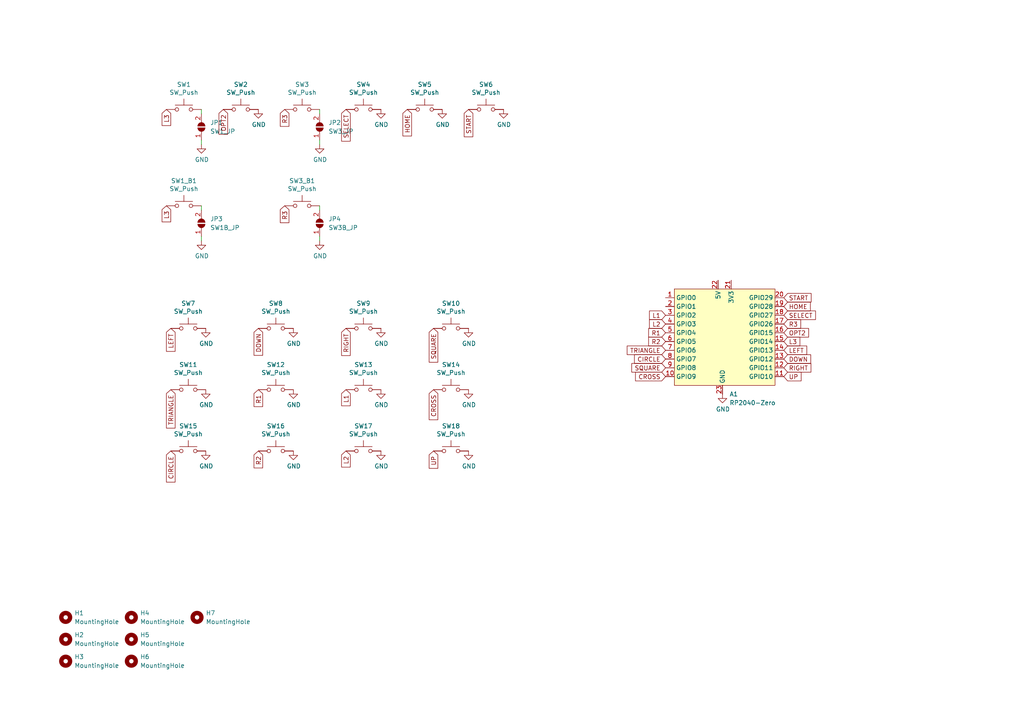
<source format=kicad_sch>
(kicad_sch (version 20230121) (generator eeschema)

  (uuid 476e1f68-8aac-4dba-a60f-5d5808a2f7b0)

  (paper "A4")

  (lib_symbols
    (symbol "Jumper:SolderJumper_2_Open" (pin_names (offset 0) hide) (in_bom yes) (on_board yes)
      (property "Reference" "JP" (at 0 2.032 0)
        (effects (font (size 1.27 1.27)))
      )
      (property "Value" "SolderJumper_2_Open" (at 0 -2.54 0)
        (effects (font (size 1.27 1.27)))
      )
      (property "Footprint" "" (at 0 0 0)
        (effects (font (size 1.27 1.27)) hide)
      )
      (property "Datasheet" "~" (at 0 0 0)
        (effects (font (size 1.27 1.27)) hide)
      )
      (property "ki_keywords" "solder jumper SPST" (at 0 0 0)
        (effects (font (size 1.27 1.27)) hide)
      )
      (property "ki_description" "Solder Jumper, 2-pole, open" (at 0 0 0)
        (effects (font (size 1.27 1.27)) hide)
      )
      (property "ki_fp_filters" "SolderJumper*Open*" (at 0 0 0)
        (effects (font (size 1.27 1.27)) hide)
      )
      (symbol "SolderJumper_2_Open_0_1"
        (arc (start -0.254 1.016) (mid -1.2656 0) (end -0.254 -1.016)
          (stroke (width 0) (type default))
          (fill (type none))
        )
        (arc (start -0.254 1.016) (mid -1.2656 0) (end -0.254 -1.016)
          (stroke (width 0) (type default))
          (fill (type outline))
        )
        (polyline
          (pts
            (xy -0.254 1.016)
            (xy -0.254 -1.016)
          )
          (stroke (width 0) (type default))
          (fill (type none))
        )
        (polyline
          (pts
            (xy 0.254 1.016)
            (xy 0.254 -1.016)
          )
          (stroke (width 0) (type default))
          (fill (type none))
        )
        (arc (start 0.254 -1.016) (mid 1.2656 0) (end 0.254 1.016)
          (stroke (width 0) (type default))
          (fill (type none))
        )
        (arc (start 0.254 -1.016) (mid 1.2656 0) (end 0.254 1.016)
          (stroke (width 0) (type default))
          (fill (type outline))
        )
      )
      (symbol "SolderJumper_2_Open_1_1"
        (pin passive line (at -3.81 0 0) (length 2.54)
          (name "A" (effects (font (size 1.27 1.27))))
          (number "1" (effects (font (size 1.27 1.27))))
        )
        (pin passive line (at 3.81 0 180) (length 2.54)
          (name "B" (effects (font (size 1.27 1.27))))
          (number "2" (effects (font (size 1.27 1.27))))
        )
      )
    )
    (symbol "Mechanical:MountingHole" (pin_names (offset 1.016)) (in_bom yes) (on_board yes)
      (property "Reference" "H" (at 0 5.08 0)
        (effects (font (size 1.27 1.27)))
      )
      (property "Value" "MountingHole" (at 0 3.175 0)
        (effects (font (size 1.27 1.27)))
      )
      (property "Footprint" "" (at 0 0 0)
        (effects (font (size 1.27 1.27)) hide)
      )
      (property "Datasheet" "~" (at 0 0 0)
        (effects (font (size 1.27 1.27)) hide)
      )
      (property "ki_keywords" "mounting hole" (at 0 0 0)
        (effects (font (size 1.27 1.27)) hide)
      )
      (property "ki_description" "Mounting Hole without connection" (at 0 0 0)
        (effects (font (size 1.27 1.27)) hide)
      )
      (property "ki_fp_filters" "MountingHole*" (at 0 0 0)
        (effects (font (size 1.27 1.27)) hide)
      )
      (symbol "MountingHole_0_1"
        (circle (center 0 0) (radius 1.27)
          (stroke (width 1.27) (type default))
          (fill (type none))
        )
      )
    )
    (symbol "RP2040-Zero:RP2040-Zero" (in_bom yes) (on_board yes)
      (property "Reference" "U" (at 0 1.27 0)
        (effects (font (size 1.27 1.27)))
      )
      (property "Value" "RP2040-Zero" (at 0 -1.27 0)
        (effects (font (size 1.27 1.27)))
      )
      (property "Footprint" "" (at 0 0 0)
        (effects (font (size 1.27 1.27)) hide)
      )
      (property "Datasheet" "" (at 0 0 0)
        (effects (font (size 1.27 1.27)) hide)
      )
      (symbol "RP2040-Zero_0_1"
        (rectangle (start -13.97 12.7) (end 15.24 -15.24)
          (stroke (width 0) (type default))
          (fill (type background))
        )
      )
      (symbol "RP2040-Zero_1_1"
        (pin bidirectional line (at -16.51 10.16 0) (length 2.54)
          (name "GPIO0" (effects (font (size 1.27 1.27))))
          (number "1" (effects (font (size 1.27 1.27))))
        )
        (pin bidirectional line (at -16.51 -12.7 0) (length 2.54)
          (name "GPIO9" (effects (font (size 1.27 1.27))))
          (number "10" (effects (font (size 1.27 1.27))))
        )
        (pin bidirectional line (at 17.78 -12.7 180) (length 2.54)
          (name "GPIO10" (effects (font (size 1.27 1.27))))
          (number "11" (effects (font (size 1.27 1.27))))
        )
        (pin bidirectional line (at 17.78 -10.16 180) (length 2.54)
          (name "GPIO11" (effects (font (size 1.27 1.27))))
          (number "12" (effects (font (size 1.27 1.27))))
        )
        (pin bidirectional line (at 17.78 -7.62 180) (length 2.54)
          (name "GPIO12" (effects (font (size 1.27 1.27))))
          (number "13" (effects (font (size 1.27 1.27))))
        )
        (pin bidirectional line (at 17.78 -5.08 180) (length 2.54)
          (name "GPIO13" (effects (font (size 1.27 1.27))))
          (number "14" (effects (font (size 1.27 1.27))))
        )
        (pin bidirectional line (at 17.78 -2.54 180) (length 2.54)
          (name "GPIO14" (effects (font (size 1.27 1.27))))
          (number "15" (effects (font (size 1.27 1.27))))
        )
        (pin bidirectional line (at 17.78 0 180) (length 2.54)
          (name "GPIO15" (effects (font (size 1.27 1.27))))
          (number "16" (effects (font (size 1.27 1.27))))
        )
        (pin bidirectional line (at 17.78 2.54 180) (length 2.54)
          (name "GPIO26" (effects (font (size 1.27 1.27))))
          (number "17" (effects (font (size 1.27 1.27))))
        )
        (pin bidirectional line (at 17.78 5.08 180) (length 2.54)
          (name "GPIO27" (effects (font (size 1.27 1.27))))
          (number "18" (effects (font (size 1.27 1.27))))
        )
        (pin bidirectional line (at 17.78 7.62 180) (length 2.54)
          (name "GPIO28" (effects (font (size 1.27 1.27))))
          (number "19" (effects (font (size 1.27 1.27))))
        )
        (pin bidirectional line (at -16.51 7.62 0) (length 2.54)
          (name "GPIO1" (effects (font (size 1.27 1.27))))
          (number "2" (effects (font (size 1.27 1.27))))
        )
        (pin bidirectional line (at 17.78 10.16 180) (length 2.54)
          (name "GPIO29" (effects (font (size 1.27 1.27))))
          (number "20" (effects (font (size 1.27 1.27))))
        )
        (pin power_out line (at 2.54 15.24 270) (length 2.54)
          (name "3V3" (effects (font (size 1.27 1.27))))
          (number "21" (effects (font (size 1.27 1.27))))
        )
        (pin power_in line (at -1.27 15.24 270) (length 2.54)
          (name "5V" (effects (font (size 1.27 1.27))))
          (number "22" (effects (font (size 1.27 1.27))))
        )
        (pin power_in line (at 0 -17.78 90) (length 2.54)
          (name "GND" (effects (font (size 1.27 1.27))))
          (number "23" (effects (font (size 1.27 1.27))))
        )
        (pin bidirectional line (at -16.51 5.08 0) (length 2.54)
          (name "GPIO2" (effects (font (size 1.27 1.27))))
          (number "3" (effects (font (size 1.27 1.27))))
        )
        (pin bidirectional line (at -16.51 2.54 0) (length 2.54)
          (name "GPIO3" (effects (font (size 1.27 1.27))))
          (number "4" (effects (font (size 1.27 1.27))))
        )
        (pin bidirectional line (at -16.51 0 0) (length 2.54)
          (name "GPIO4" (effects (font (size 1.27 1.27))))
          (number "5" (effects (font (size 1.27 1.27))))
        )
        (pin bidirectional line (at -16.51 -2.54 0) (length 2.54)
          (name "GPIO5" (effects (font (size 1.27 1.27))))
          (number "6" (effects (font (size 1.27 1.27))))
        )
        (pin bidirectional line (at -16.51 -5.08 0) (length 2.54)
          (name "GPIO6" (effects (font (size 1.27 1.27))))
          (number "7" (effects (font (size 1.27 1.27))))
        )
        (pin bidirectional line (at -16.51 -7.62 0) (length 2.54)
          (name "GPIO7" (effects (font (size 1.27 1.27))))
          (number "8" (effects (font (size 1.27 1.27))))
        )
        (pin bidirectional line (at -16.51 -10.16 0) (length 2.54)
          (name "GPIO8" (effects (font (size 1.27 1.27))))
          (number "9" (effects (font (size 1.27 1.27))))
        )
      )
    )
    (symbol "Switch:SW_Push" (pin_numbers hide) (pin_names (offset 1.016) hide) (in_bom yes) (on_board yes)
      (property "Reference" "SW" (at 1.27 2.54 0)
        (effects (font (size 1.27 1.27)) (justify left))
      )
      (property "Value" "SW_Push" (at 0 -1.524 0)
        (effects (font (size 1.27 1.27)))
      )
      (property "Footprint" "" (at 0 5.08 0)
        (effects (font (size 1.27 1.27)) hide)
      )
      (property "Datasheet" "~" (at 0 5.08 0)
        (effects (font (size 1.27 1.27)) hide)
      )
      (property "ki_keywords" "switch normally-open pushbutton push-button" (at 0 0 0)
        (effects (font (size 1.27 1.27)) hide)
      )
      (property "ki_description" "Push button switch, generic, two pins" (at 0 0 0)
        (effects (font (size 1.27 1.27)) hide)
      )
      (symbol "SW_Push_0_1"
        (circle (center -2.032 0) (radius 0.508)
          (stroke (width 0) (type default))
          (fill (type none))
        )
        (polyline
          (pts
            (xy 0 1.27)
            (xy 0 3.048)
          )
          (stroke (width 0) (type default))
          (fill (type none))
        )
        (polyline
          (pts
            (xy 2.54 1.27)
            (xy -2.54 1.27)
          )
          (stroke (width 0) (type default))
          (fill (type none))
        )
        (circle (center 2.032 0) (radius 0.508)
          (stroke (width 0) (type default))
          (fill (type none))
        )
        (pin passive line (at -5.08 0 0) (length 2.54)
          (name "1" (effects (font (size 1.27 1.27))))
          (number "1" (effects (font (size 1.27 1.27))))
        )
        (pin passive line (at 5.08 0 180) (length 2.54)
          (name "2" (effects (font (size 1.27 1.27))))
          (number "2" (effects (font (size 1.27 1.27))))
        )
      )
    )
    (symbol "power:GND" (power) (pin_names (offset 0)) (in_bom yes) (on_board yes)
      (property "Reference" "#PWR" (at 0 -6.35 0)
        (effects (font (size 1.27 1.27)) hide)
      )
      (property "Value" "GND" (at 0 -3.81 0)
        (effects (font (size 1.27 1.27)))
      )
      (property "Footprint" "" (at 0 0 0)
        (effects (font (size 1.27 1.27)) hide)
      )
      (property "Datasheet" "" (at 0 0 0)
        (effects (font (size 1.27 1.27)) hide)
      )
      (property "ki_keywords" "power-flag" (at 0 0 0)
        (effects (font (size 1.27 1.27)) hide)
      )
      (property "ki_description" "Power symbol creates a global label with name \"GND\" , ground" (at 0 0 0)
        (effects (font (size 1.27 1.27)) hide)
      )
      (symbol "GND_0_1"
        (polyline
          (pts
            (xy 0 0)
            (xy 0 -1.27)
            (xy 1.27 -1.27)
            (xy 0 -2.54)
            (xy -1.27 -1.27)
            (xy 0 -1.27)
          )
          (stroke (width 0) (type default))
          (fill (type none))
        )
      )
      (symbol "GND_1_1"
        (pin power_in line (at 0 0 270) (length 0) hide
          (name "GND" (effects (font (size 1.27 1.27))))
          (number "1" (effects (font (size 1.27 1.27))))
        )
      )
    )
  )


  (wire (pts (xy 92.71 33.02) (xy 92.71 31.75))
    (stroke (width 0) (type default))
    (uuid 26a56ad1-31c8-43c4-a126-c72e3039d003)
  )
  (wire (pts (xy 92.71 60.96) (xy 92.71 59.69))
    (stroke (width 0) (type default))
    (uuid 5e71b040-8a5e-4ab1-a0c2-e93031c00570)
  )
  (wire (pts (xy 58.42 41.91) (xy 58.42 40.64))
    (stroke (width 0) (type default))
    (uuid 7bbdb50c-d3a0-4eb0-b0d6-bd10c028dd57)
  )
  (wire (pts (xy 58.42 69.85) (xy 58.42 68.58))
    (stroke (width 0) (type default))
    (uuid 84ba5a13-986c-405d-b2d8-9e6ea022d588)
  )
  (wire (pts (xy 58.42 60.96) (xy 58.42 59.69))
    (stroke (width 0) (type default))
    (uuid b145dd3e-8a51-4ab9-b366-354fb7f976d5)
  )
  (wire (pts (xy 92.71 41.91) (xy 92.71 40.64))
    (stroke (width 0) (type default))
    (uuid be777408-aa3e-4446-b919-9939387bb2ba)
  )
  (wire (pts (xy 92.71 69.85) (xy 92.71 68.58))
    (stroke (width 0) (type default))
    (uuid c43e461a-f1fc-4cb9-a5ff-468dbc109b8e)
  )
  (wire (pts (xy 58.42 33.02) (xy 58.42 31.75))
    (stroke (width 0) (type default))
    (uuid dbd4327f-ad14-4ca7-b1d4-a49fc48fc237)
  )

  (global_label "TRIANGLE" (shape input) (at 49.53 113.03 270) (fields_autoplaced)
    (effects (font (size 1.27 1.27)) (justify right))
    (uuid 0d831a32-5ec5-4949-94fe-47b5d75da1de)
    (property "Intersheetrefs" "${INTERSHEET_REFS}" (at 49.53 123.9902 90)
      (effects (font (size 1.27 1.27)) (justify right) hide)
    )
  )
  (global_label "CROSS" (shape input) (at 125.73 113.03 270) (fields_autoplaced)
    (effects (font (size 1.27 1.27)) (justify right))
    (uuid 10252a8f-bfaa-4da3-aa4d-1feeaab996f9)
    (property "Intersheetrefs" "${INTERSHEET_REFS}" (at 125.73 121.5711 90)
      (effects (font (size 1.27 1.27)) (justify right) hide)
    )
  )
  (global_label "R2" (shape input) (at 74.93 130.81 270) (fields_autoplaced)
    (effects (font (size 1.27 1.27)) (justify right))
    (uuid 12acb88b-ebc2-4565-bd07-a2644a31e9fe)
    (property "Intersheetrefs" "${INTERSHEET_REFS}" (at 74.93 135.5411 90)
      (effects (font (size 1.27 1.27)) (justify right) hide)
    )
  )
  (global_label "TRIANGLE" (shape input) (at 193.04 101.6 180) (fields_autoplaced)
    (effects (font (size 1.27 1.27)) (justify right))
    (uuid 1a8a107a-f886-4729-b3e4-cba45478b0bb)
    (property "Intersheetrefs" "${INTERSHEET_REFS}" (at 415.29 0 0)
      (effects (font (size 1.27 1.27)) (justify left) hide)
    )
  )
  (global_label "L3" (shape input) (at 227.33 99.06 0) (fields_autoplaced)
    (effects (font (size 1.27 1.27)) (justify left))
    (uuid 25d61916-3b9c-4f0f-86b1-0dccac54bb71)
    (property "Intersheetrefs" "${INTERSHEET_REFS}" (at 414.02 0 0)
      (effects (font (size 1.27 1.27)) (justify left) hide)
    )
  )
  (global_label "L2" (shape input) (at 100.33 130.81 270) (fields_autoplaced)
    (effects (font (size 1.27 1.27)) (justify right))
    (uuid 28d08ebc-ba49-429b-a566-485e6b3130a0)
    (property "Intersheetrefs" "${INTERSHEET_REFS}" (at 100.33 135.2992 90)
      (effects (font (size 1.27 1.27)) (justify right) hide)
    )
  )
  (global_label "R1" (shape input) (at 74.93 113.03 270) (fields_autoplaced)
    (effects (font (size 1.27 1.27)) (justify right))
    (uuid 314b6a4b-60ea-47b6-bdbd-45a83b013ec9)
    (property "Intersheetrefs" "${INTERSHEET_REFS}" (at 74.93 117.7611 90)
      (effects (font (size 1.27 1.27)) (justify right) hide)
    )
  )
  (global_label "RIGHT" (shape input) (at 100.33 95.25 270) (fields_autoplaced)
    (effects (font (size 1.27 1.27)) (justify right))
    (uuid 3778128b-56fd-4643-ad82-67a2fae982b6)
    (property "Intersheetrefs" "${INTERSHEET_REFS}" (at 100.33 102.9445 90)
      (effects (font (size 1.27 1.27)) (justify right) hide)
    )
  )
  (global_label "L3" (shape input) (at 48.26 31.75 270) (fields_autoplaced)
    (effects (font (size 1.27 1.27)) (justify right))
    (uuid 426cd1da-d604-45dc-8b66-afe8e223e3f1)
    (property "Intersheetrefs" "${INTERSHEET_REFS}" (at 48.26 38.7792 90)
      (effects (font (size 1.27 1.27)) (justify right) hide)
    )
  )
  (global_label "SQUARE" (shape input) (at 125.73 95.25 270) (fields_autoplaced)
    (effects (font (size 1.27 1.27)) (justify right))
    (uuid 477f915e-9492-441b-9064-e7542cb315f7)
    (property "Intersheetrefs" "${INTERSHEET_REFS}" (at 125.73 104.8797 90)
      (effects (font (size 1.27 1.27)) (justify right) hide)
    )
  )
  (global_label "START" (shape input) (at 135.89 31.75 270) (fields_autoplaced)
    (effects (font (size 1.27 1.27)) (justify right))
    (uuid 4c3f5f56-eaa8-4313-addd-b9ddacba5352)
    (property "Intersheetrefs" "${INTERSHEET_REFS}" (at 135.89 38.7792 90)
      (effects (font (size 1.27 1.27)) (justify right) hide)
    )
  )
  (global_label "SQUARE" (shape input) (at 193.04 106.68 180) (fields_autoplaced)
    (effects (font (size 1.27 1.27)) (justify right))
    (uuid 5019c346-f755-4b2c-a1ae-ca8545543fda)
    (property "Intersheetrefs" "${INTERSHEET_REFS}" (at 415.29 0 0)
      (effects (font (size 1.27 1.27)) (justify left) hide)
    )
  )
  (global_label "OPT2" (shape input) (at 64.77 31.75 270) (fields_autoplaced)
    (effects (font (size 1.27 1.27)) (justify right))
    (uuid 507b5250-9f69-494a-afe7-e462611e782e)
    (property "Intersheetrefs" "${INTERSHEET_REFS}" (at 64.77 38.7792 90)
      (effects (font (size 1.27 1.27)) (justify right) hide)
    )
  )
  (global_label "UP" (shape input) (at 125.73 130.81 270) (fields_autoplaced)
    (effects (font (size 1.27 1.27)) (justify right))
    (uuid 512cff2a-ffe8-4ede-9f6d-ad36e1e996dd)
    (property "Intersheetrefs" "${INTERSHEET_REFS}" (at 125.73 135.6621 90)
      (effects (font (size 1.27 1.27)) (justify right) hide)
    )
  )
  (global_label "RIGHT" (shape input) (at 227.33 106.68 0) (fields_autoplaced)
    (effects (font (size 1.27 1.27)) (justify left))
    (uuid 5c57978b-4bbc-48e4-bbbb-e9783aa6c4f8)
    (property "Intersheetrefs" "${INTERSHEET_REFS}" (at 414.02 0 0)
      (effects (font (size 1.27 1.27)) (justify left) hide)
    )
  )
  (global_label "R1" (shape input) (at 193.04 96.52 180) (fields_autoplaced)
    (effects (font (size 1.27 1.27)) (justify right))
    (uuid 6dab55db-5530-41e3-b4a4-5cd00880cad4)
    (property "Intersheetrefs" "${INTERSHEET_REFS}" (at 415.29 0 0)
      (effects (font (size 1.27 1.27)) (justify left) hide)
    )
  )
  (global_label "R3" (shape input) (at 227.33 93.98 0) (fields_autoplaced)
    (effects (font (size 1.27 1.27)) (justify left))
    (uuid 700b72e0-b4c9-48c2-8a90-23c2b04ea971)
    (property "Intersheetrefs" "${INTERSHEET_REFS}" (at 414.02 0 0)
      (effects (font (size 1.27 1.27)) (justify left) hide)
    )
  )
  (global_label "CIRCLE" (shape input) (at 193.04 104.14 180) (fields_autoplaced)
    (effects (font (size 1.27 1.27)) (justify right))
    (uuid 73c80264-5323-450e-8d2d-44b3dd0c2d7c)
    (property "Intersheetrefs" "${INTERSHEET_REFS}" (at 415.29 0 0)
      (effects (font (size 1.27 1.27)) (justify left) hide)
    )
  )
  (global_label "R3" (shape input) (at 82.55 31.75 270) (fields_autoplaced)
    (effects (font (size 1.27 1.27)) (justify right))
    (uuid 73d8e2e7-f0ec-45fe-bff5-b413ff05ac98)
    (property "Intersheetrefs" "${INTERSHEET_REFS}" (at 82.55 38.7792 90)
      (effects (font (size 1.27 1.27)) (justify right) hide)
    )
  )
  (global_label "L2" (shape input) (at 193.04 93.98 180) (fields_autoplaced)
    (effects (font (size 1.27 1.27)) (justify right))
    (uuid 783ef38f-5ac7-4583-a768-afbddb9146c4)
    (property "Intersheetrefs" "${INTERSHEET_REFS}" (at 415.29 0 0)
      (effects (font (size 1.27 1.27)) (justify left) hide)
    )
  )
  (global_label "CROSS" (shape input) (at 193.04 109.22 180) (fields_autoplaced)
    (effects (font (size 1.27 1.27)) (justify right))
    (uuid 855f5488-de6b-4df3-b56c-061b38baf033)
    (property "Intersheetrefs" "${INTERSHEET_REFS}" (at 415.29 0 0)
      (effects (font (size 1.27 1.27)) (justify left) hide)
    )
  )
  (global_label "SELECT" (shape input) (at 227.33 91.44 0) (fields_autoplaced)
    (effects (font (size 1.27 1.27)) (justify left))
    (uuid 87a4ad47-7958-408f-a8c2-c92c70764b3d)
    (property "Intersheetrefs" "${INTERSHEET_REFS}" (at 414.02 0 0)
      (effects (font (size 1.27 1.27)) (justify left) hide)
    )
  )
  (global_label "DOWN" (shape input) (at 74.93 95.25 270) (fields_autoplaced)
    (effects (font (size 1.27 1.27)) (justify right))
    (uuid 8ae5c784-dcc9-4088-900d-a278cfe7fdaf)
    (property "Intersheetrefs" "${INTERSHEET_REFS}" (at 74.93 102.884 90)
      (effects (font (size 1.27 1.27)) (justify right) hide)
    )
  )
  (global_label "LEFT" (shape input) (at 227.33 101.6 0) (fields_autoplaced)
    (effects (font (size 1.27 1.27)) (justify left))
    (uuid 979258e6-ce29-4f74-9283-d59c61ddc4d8)
    (property "Intersheetrefs" "${INTERSHEET_REFS}" (at 414.02 0 0)
      (effects (font (size 1.27 1.27)) (justify left) hide)
    )
  )
  (global_label "START" (shape input) (at 227.33 86.36 0) (fields_autoplaced)
    (effects (font (size 1.27 1.27)) (justify left))
    (uuid 9ce0361b-4dcd-4b21-9df7-4a6be23bc127)
    (property "Intersheetrefs" "${INTERSHEET_REFS}" (at 414.02 5.08 0)
      (effects (font (size 1.27 1.27)) (justify left) hide)
    )
  )
  (global_label "DOWN" (shape input) (at 227.33 104.14 0) (fields_autoplaced)
    (effects (font (size 1.27 1.27)) (justify left))
    (uuid 9e16e9c5-77cf-4a20-80a6-46e015e87c0e)
    (property "Intersheetrefs" "${INTERSHEET_REFS}" (at 414.02 0 0)
      (effects (font (size 1.27 1.27)) (justify left) hide)
    )
  )
  (global_label "R2" (shape input) (at 193.04 99.06 180) (fields_autoplaced)
    (effects (font (size 1.27 1.27)) (justify right))
    (uuid b00f6d66-6720-47d3-9f04-e4d64c651c17)
    (property "Intersheetrefs" "${INTERSHEET_REFS}" (at 415.29 0 0)
      (effects (font (size 1.27 1.27)) (justify left) hide)
    )
  )
  (global_label "LEFT" (shape input) (at 49.53 95.25 270) (fields_autoplaced)
    (effects (font (size 1.27 1.27)) (justify right))
    (uuid bb256cb2-02b6-4f7e-8126-c705ecdccfa6)
    (property "Intersheetrefs" "${INTERSHEET_REFS}" (at 49.53 101.7349 90)
      (effects (font (size 1.27 1.27)) (justify right) hide)
    )
  )
  (global_label "UP" (shape input) (at 227.33 109.22 0) (fields_autoplaced)
    (effects (font (size 1.27 1.27)) (justify left))
    (uuid bb3646e8-c985-4e3b-8c12-5649bf2397e2)
    (property "Intersheetrefs" "${INTERSHEET_REFS}" (at 414.02 0 0)
      (effects (font (size 1.27 1.27)) (justify left) hide)
    )
  )
  (global_label "SELECT" (shape input) (at 100.33 31.75 270) (fields_autoplaced)
    (effects (font (size 1.27 1.27)) (justify right))
    (uuid c5062d7f-a7d0-439a-a1f0-da4af773bd3f)
    (property "Intersheetrefs" "${INTERSHEET_REFS}" (at 100.33 38.7792 90)
      (effects (font (size 1.27 1.27)) (justify right) hide)
    )
  )
  (global_label "HOME" (shape input) (at 118.11 31.75 270) (fields_autoplaced)
    (effects (font (size 1.27 1.27)) (justify right))
    (uuid c8b27783-c7c1-4b16-9daf-cbf3e0770d1a)
    (property "Intersheetrefs" "${INTERSHEET_REFS}" (at 118.11 38.7792 90)
      (effects (font (size 1.27 1.27)) (justify right) hide)
    )
  )
  (global_label "L1" (shape input) (at 100.33 113.03 270) (fields_autoplaced)
    (effects (font (size 1.27 1.27)) (justify right))
    (uuid c927071c-0607-41ea-8690-dc1f695c0369)
    (property "Intersheetrefs" "${INTERSHEET_REFS}" (at 100.33 117.5192 90)
      (effects (font (size 1.27 1.27)) (justify right) hide)
    )
  )
  (global_label "CIRCLE" (shape input) (at 49.53 130.81 270) (fields_autoplaced)
    (effects (font (size 1.27 1.27)) (justify right))
    (uuid d535fc1f-61a5-4881-8ca0-70d33a32d64c)
    (property "Intersheetrefs" "${INTERSHEET_REFS}" (at 49.53 139.6535 90)
      (effects (font (size 1.27 1.27)) (justify right) hide)
    )
  )
  (global_label "L3" (shape input) (at 48.26 59.69 270) (fields_autoplaced)
    (effects (font (size 1.27 1.27)) (justify right))
    (uuid d816ba25-af0d-450b-97b7-2bc926afa360)
    (property "Intersheetrefs" "${INTERSHEET_REFS}" (at 48.26 66.7192 90)
      (effects (font (size 1.27 1.27)) (justify right) hide)
    )
  )
  (global_label "OPT2" (shape input) (at 227.33 96.52 0) (fields_autoplaced)
    (effects (font (size 1.27 1.27)) (justify left))
    (uuid df40f569-4ebc-43f9-98b0-f31d04ff3cf4)
    (property "Intersheetrefs" "${INTERSHEET_REFS}" (at 414.02 0 0)
      (effects (font (size 1.27 1.27)) (justify left) hide)
    )
  )
  (global_label "R3" (shape input) (at 82.55 59.69 270) (fields_autoplaced)
    (effects (font (size 1.27 1.27)) (justify right))
    (uuid f16e6b68-1593-4cb8-bd7e-fc887b2f882f)
    (property "Intersheetrefs" "${INTERSHEET_REFS}" (at 82.55 66.7192 90)
      (effects (font (size 1.27 1.27)) (justify right) hide)
    )
  )
  (global_label "HOME" (shape input) (at 227.33 88.9 0) (fields_autoplaced)
    (effects (font (size 1.27 1.27)) (justify left))
    (uuid f2e7ed74-2800-483d-810c-29143b2e17a6)
    (property "Intersheetrefs" "${INTERSHEET_REFS}" (at 414.02 5.08 0)
      (effects (font (size 1.27 1.27)) (justify left) hide)
    )
  )
  (global_label "L1" (shape input) (at 193.04 91.44 180) (fields_autoplaced)
    (effects (font (size 1.27 1.27)) (justify right))
    (uuid f96133a9-69c9-4327-b07a-2aef2efde6b4)
    (property "Intersheetrefs" "${INTERSHEET_REFS}" (at 415.29 0 0)
      (effects (font (size 1.27 1.27)) (justify left) hide)
    )
  )

  (symbol (lib_id "Switch:SW_Push") (at 53.34 59.69 0) (unit 1)
    (in_bom yes) (on_board yes) (dnp no)
    (uuid 00000000-0000-0000-0000-000060e24ed8)
    (property "Reference" "SW1_B1" (at 53.34 52.451 0)
      (effects (font (size 1.27 1.27)))
    )
    (property "Value" "SW_Push" (at 53.34 54.7624 0)
      (effects (font (size 1.27 1.27)))
    )
    (property "Footprint" "Kailh:Kailh_socket_PG1350_optional" (at 53.34 54.61 0)
      (effects (font (size 1.27 1.27)) hide)
    )
    (property "Datasheet" "~" (at 53.34 54.61 0)
      (effects (font (size 1.27 1.27)) hide)
    )
    (pin "1" (uuid e14380a9-c611-4468-a316-5d427cd46f5e))
    (pin "2" (uuid 860fb077-0840-486c-bd4b-b4882b09688d))
    (instances
      (project "Flatbox-rev5"
        (path "/476e1f68-8aac-4dba-a60f-5d5808a2f7b0"
          (reference "SW1_B1") (unit 1)
        )
      )
    )
  )

  (symbol (lib_id "Switch:SW_Push") (at 69.85 31.75 0) (unit 1)
    (in_bom yes) (on_board yes) (dnp no)
    (uuid 00000000-0000-0000-0000-000060e26611)
    (property "Reference" "SW2" (at 69.85 24.511 0)
      (effects (font (size 1.27 1.27)))
    )
    (property "Value" "SW_Push" (at 69.85 26.8224 0)
      (effects (font (size 1.27 1.27)))
    )
    (property "Footprint" "Button_Switch_THT:SW_PUSH_6mm_H5mm" (at 69.85 26.67 0)
      (effects (font (size 1.27 1.27)) hide)
    )
    (property "Datasheet" "~" (at 69.85 26.67 0)
      (effects (font (size 1.27 1.27)) hide)
    )
    (pin "1" (uuid 2d5fe400-4352-4ef2-b066-c38faa36b236))
    (pin "2" (uuid f4f4229d-8af9-4af5-84e7-00810a49d800))
    (instances
      (project "Flatbox-rev5"
        (path "/476e1f68-8aac-4dba-a60f-5d5808a2f7b0"
          (reference "SW2") (unit 1)
        )
      )
    )
  )

  (symbol (lib_id "Switch:SW_Push") (at 87.63 59.69 0) (unit 1)
    (in_bom yes) (on_board yes) (dnp no)
    (uuid 00000000-0000-0000-0000-000060e26c90)
    (property "Reference" "SW3_B1" (at 87.63 52.451 0)
      (effects (font (size 1.27 1.27)))
    )
    (property "Value" "SW_Push" (at 87.63 54.7624 0)
      (effects (font (size 1.27 1.27)))
    )
    (property "Footprint" "Kailh:Kailh_socket_PG1350_optional" (at 87.63 54.61 0)
      (effects (font (size 1.27 1.27)) hide)
    )
    (property "Datasheet" "~" (at 87.63 54.61 0)
      (effects (font (size 1.27 1.27)) hide)
    )
    (pin "1" (uuid ec1538da-ab6f-4db0-9985-c25f6a2b08ef))
    (pin "2" (uuid 9e775f3c-01f6-4b75-af61-e65414de3ea2))
    (instances
      (project "Flatbox-rev5"
        (path "/476e1f68-8aac-4dba-a60f-5d5808a2f7b0"
          (reference "SW3_B1") (unit 1)
        )
      )
    )
  )

  (symbol (lib_id "Switch:SW_Push") (at 105.41 31.75 0) (unit 1)
    (in_bom yes) (on_board yes) (dnp no)
    (uuid 00000000-0000-0000-0000-000060e272b9)
    (property "Reference" "SW4" (at 105.41 24.511 0)
      (effects (font (size 1.27 1.27)))
    )
    (property "Value" "SW_Push" (at 105.41 26.8224 0)
      (effects (font (size 1.27 1.27)))
    )
    (property "Footprint" "Button_Switch_THT:SW_PUSH_6mm_H5mm" (at 105.41 26.67 0)
      (effects (font (size 1.27 1.27)) hide)
    )
    (property "Datasheet" "~" (at 105.41 26.67 0)
      (effects (font (size 1.27 1.27)) hide)
    )
    (pin "1" (uuid a7cfaa9f-c5fd-465a-99b0-0b6e1fd2f444))
    (pin "2" (uuid 87bc87ad-27a4-494c-9e74-f95569255182))
    (instances
      (project "Flatbox-rev5"
        (path "/476e1f68-8aac-4dba-a60f-5d5808a2f7b0"
          (reference "SW4") (unit 1)
        )
      )
    )
  )

  (symbol (lib_id "Switch:SW_Push") (at 123.19 31.75 0) (unit 1)
    (in_bom yes) (on_board yes) (dnp no)
    (uuid 00000000-0000-0000-0000-000060e27d9a)
    (property "Reference" "SW5" (at 123.19 24.511 0)
      (effects (font (size 1.27 1.27)))
    )
    (property "Value" "SW_Push" (at 123.19 26.8224 0)
      (effects (font (size 1.27 1.27)))
    )
    (property "Footprint" "Button_Switch_THT:SW_PUSH_6mm_H5mm" (at 123.19 26.67 0)
      (effects (font (size 1.27 1.27)) hide)
    )
    (property "Datasheet" "~" (at 123.19 26.67 0)
      (effects (font (size 1.27 1.27)) hide)
    )
    (pin "1" (uuid 5be3f3d2-17dd-44b1-91ca-3139cbfae6c4))
    (pin "2" (uuid 2f3922f2-e905-4fcb-8e2f-7063bc637ec0))
    (instances
      (project "Flatbox-rev5"
        (path "/476e1f68-8aac-4dba-a60f-5d5808a2f7b0"
          (reference "SW5") (unit 1)
        )
      )
    )
  )

  (symbol (lib_id "Switch:SW_Push") (at 140.97 31.75 0) (unit 1)
    (in_bom yes) (on_board yes) (dnp no)
    (uuid 00000000-0000-0000-0000-000060e28459)
    (property "Reference" "SW6" (at 140.97 24.511 0)
      (effects (font (size 1.27 1.27)))
    )
    (property "Value" "SW_Push" (at 140.97 26.8224 0)
      (effects (font (size 1.27 1.27)))
    )
    (property "Footprint" "Button_Switch_THT:SW_PUSH_6mm_H5mm" (at 140.97 26.67 0)
      (effects (font (size 1.27 1.27)) hide)
    )
    (property "Datasheet" "~" (at 140.97 26.67 0)
      (effects (font (size 1.27 1.27)) hide)
    )
    (pin "1" (uuid 6289c573-e1ef-4cb5-9730-5c9de1f9c3fc))
    (pin "2" (uuid 799b5d75-e5e6-4f53-b4ed-53b8e3608600))
    (instances
      (project "Flatbox-rev5"
        (path "/476e1f68-8aac-4dba-a60f-5d5808a2f7b0"
          (reference "SW6") (unit 1)
        )
      )
    )
  )

  (symbol (lib_id "power:GND") (at 58.42 69.85 0) (unit 1)
    (in_bom yes) (on_board yes) (dnp no)
    (uuid 00000000-0000-0000-0000-000060e28d2f)
    (property "Reference" "#PWR01" (at 58.42 76.2 0)
      (effects (font (size 1.27 1.27)) hide)
    )
    (property "Value" "GND" (at 58.547 74.2442 0)
      (effects (font (size 1.27 1.27)))
    )
    (property "Footprint" "" (at 58.42 69.85 0)
      (effects (font (size 1.27 1.27)) hide)
    )
    (property "Datasheet" "" (at 58.42 69.85 0)
      (effects (font (size 1.27 1.27)) hide)
    )
    (pin "1" (uuid fb6b80cc-faf9-44b0-b781-064ccffa6d77))
    (instances
      (project "Flatbox-rev5"
        (path "/476e1f68-8aac-4dba-a60f-5d5808a2f7b0"
          (reference "#PWR01") (unit 1)
        )
      )
    )
  )

  (symbol (lib_id "power:GND") (at 74.93 31.75 0) (unit 1)
    (in_bom yes) (on_board yes) (dnp no)
    (uuid 00000000-0000-0000-0000-000060e29d12)
    (property "Reference" "#PWR02" (at 74.93 38.1 0)
      (effects (font (size 1.27 1.27)) hide)
    )
    (property "Value" "GND" (at 75.057 36.1442 0)
      (effects (font (size 1.27 1.27)))
    )
    (property "Footprint" "" (at 74.93 31.75 0)
      (effects (font (size 1.27 1.27)) hide)
    )
    (property "Datasheet" "" (at 74.93 31.75 0)
      (effects (font (size 1.27 1.27)) hide)
    )
    (pin "1" (uuid 72b17c8d-7a6f-48e8-87fb-0d4c07b310cf))
    (instances
      (project "Flatbox-rev5"
        (path "/476e1f68-8aac-4dba-a60f-5d5808a2f7b0"
          (reference "#PWR02") (unit 1)
        )
      )
    )
  )

  (symbol (lib_id "power:GND") (at 92.71 69.85 0) (unit 1)
    (in_bom yes) (on_board yes) (dnp no)
    (uuid 00000000-0000-0000-0000-000060e29ffb)
    (property "Reference" "#PWR03" (at 92.71 76.2 0)
      (effects (font (size 1.27 1.27)) hide)
    )
    (property "Value" "GND" (at 92.837 74.2442 0)
      (effects (font (size 1.27 1.27)))
    )
    (property "Footprint" "" (at 92.71 69.85 0)
      (effects (font (size 1.27 1.27)) hide)
    )
    (property "Datasheet" "" (at 92.71 69.85 0)
      (effects (font (size 1.27 1.27)) hide)
    )
    (pin "1" (uuid 9d577217-07ae-432c-ace7-e4bcac4596df))
    (instances
      (project "Flatbox-rev5"
        (path "/476e1f68-8aac-4dba-a60f-5d5808a2f7b0"
          (reference "#PWR03") (unit 1)
        )
      )
    )
  )

  (symbol (lib_id "power:GND") (at 110.49 31.75 0) (unit 1)
    (in_bom yes) (on_board yes) (dnp no)
    (uuid 00000000-0000-0000-0000-000060e2a2ed)
    (property "Reference" "#PWR04" (at 110.49 38.1 0)
      (effects (font (size 1.27 1.27)) hide)
    )
    (property "Value" "GND" (at 110.617 36.1442 0)
      (effects (font (size 1.27 1.27)))
    )
    (property "Footprint" "" (at 110.49 31.75 0)
      (effects (font (size 1.27 1.27)) hide)
    )
    (property "Datasheet" "" (at 110.49 31.75 0)
      (effects (font (size 1.27 1.27)) hide)
    )
    (pin "1" (uuid b60bec29-b9a1-4e60-8e73-4e6f011b8e23))
    (instances
      (project "Flatbox-rev5"
        (path "/476e1f68-8aac-4dba-a60f-5d5808a2f7b0"
          (reference "#PWR04") (unit 1)
        )
      )
    )
  )

  (symbol (lib_id "power:GND") (at 128.27 31.75 0) (unit 1)
    (in_bom yes) (on_board yes) (dnp no)
    (uuid 00000000-0000-0000-0000-000060e2a66e)
    (property "Reference" "#PWR05" (at 128.27 38.1 0)
      (effects (font (size 1.27 1.27)) hide)
    )
    (property "Value" "GND" (at 128.397 36.1442 0)
      (effects (font (size 1.27 1.27)))
    )
    (property "Footprint" "" (at 128.27 31.75 0)
      (effects (font (size 1.27 1.27)) hide)
    )
    (property "Datasheet" "" (at 128.27 31.75 0)
      (effects (font (size 1.27 1.27)) hide)
    )
    (pin "1" (uuid ecb300f4-268a-4862-a94f-d779f2a20022))
    (instances
      (project "Flatbox-rev5"
        (path "/476e1f68-8aac-4dba-a60f-5d5808a2f7b0"
          (reference "#PWR05") (unit 1)
        )
      )
    )
  )

  (symbol (lib_id "power:GND") (at 146.05 31.75 0) (unit 1)
    (in_bom yes) (on_board yes) (dnp no)
    (uuid 00000000-0000-0000-0000-000060e2a9fe)
    (property "Reference" "#PWR06" (at 146.05 38.1 0)
      (effects (font (size 1.27 1.27)) hide)
    )
    (property "Value" "GND" (at 146.177 36.1442 0)
      (effects (font (size 1.27 1.27)))
    )
    (property "Footprint" "" (at 146.05 31.75 0)
      (effects (font (size 1.27 1.27)) hide)
    )
    (property "Datasheet" "" (at 146.05 31.75 0)
      (effects (font (size 1.27 1.27)) hide)
    )
    (pin "1" (uuid 9c63f26d-a5c2-48ee-998a-4a7066a52cc6))
    (instances
      (project "Flatbox-rev5"
        (path "/476e1f68-8aac-4dba-a60f-5d5808a2f7b0"
          (reference "#PWR06") (unit 1)
        )
      )
    )
  )

  (symbol (lib_id "Switch:SW_Push") (at 54.61 95.25 0) (unit 1)
    (in_bom yes) (on_board yes) (dnp no)
    (uuid 00000000-0000-0000-0000-000060ebc7d7)
    (property "Reference" "SW7" (at 54.61 88.011 0)
      (effects (font (size 1.27 1.27)))
    )
    (property "Value" "SW_Push" (at 54.61 90.3224 0)
      (effects (font (size 1.27 1.27)))
    )
    (property "Footprint" "Kailh:Kailh_socket_PG1350_optional" (at 54.61 90.17 0)
      (effects (font (size 1.27 1.27)) hide)
    )
    (property "Datasheet" "~" (at 54.61 90.17 0)
      (effects (font (size 1.27 1.27)) hide)
    )
    (pin "1" (uuid a1a27d4f-2337-4971-95f8-43a120fb8ec0))
    (pin "2" (uuid 207714a9-caad-4954-90b7-4de8ffa68b1e))
    (instances
      (project "Flatbox-rev5"
        (path "/476e1f68-8aac-4dba-a60f-5d5808a2f7b0"
          (reference "SW7") (unit 1)
        )
      )
    )
  )

  (symbol (lib_id "Switch:SW_Push") (at 130.81 130.81 0) (unit 1)
    (in_bom yes) (on_board yes) (dnp no)
    (uuid 00000000-0000-0000-0000-000060ec0151)
    (property "Reference" "SW18" (at 130.81 123.571 0)
      (effects (font (size 1.27 1.27)))
    )
    (property "Value" "SW_Push" (at 130.81 125.8824 0)
      (effects (font (size 1.27 1.27)))
    )
    (property "Footprint" "Kailh:Kailh_socket_PG1350_optional" (at 130.81 125.73 0)
      (effects (font (size 1.27 1.27)) hide)
    )
    (property "Datasheet" "~" (at 130.81 125.73 0)
      (effects (font (size 1.27 1.27)) hide)
    )
    (pin "1" (uuid 52d7a4ee-5e1f-4a37-9cd6-3db3fbee0be9))
    (pin "2" (uuid fc36ea1b-3853-4f2b-a1ce-716ac38b26ec))
    (instances
      (project "Flatbox-rev5"
        (path "/476e1f68-8aac-4dba-a60f-5d5808a2f7b0"
          (reference "SW18") (unit 1)
        )
      )
    )
  )

  (symbol (lib_id "Switch:SW_Push") (at 80.01 113.03 0) (unit 1)
    (in_bom yes) (on_board yes) (dnp no)
    (uuid 00000000-0000-0000-0000-000060ec0bb3)
    (property "Reference" "SW12" (at 80.01 105.791 0)
      (effects (font (size 1.27 1.27)))
    )
    (property "Value" "SW_Push" (at 80.01 108.1024 0)
      (effects (font (size 1.27 1.27)))
    )
    (property "Footprint" "Kailh:Kailh_socket_PG1350_optional" (at 80.01 107.95 0)
      (effects (font (size 1.27 1.27)) hide)
    )
    (property "Datasheet" "~" (at 80.01 107.95 0)
      (effects (font (size 1.27 1.27)) hide)
    )
    (pin "1" (uuid 282e04de-be04-48e3-b697-fe1ae5cbd8cc))
    (pin "2" (uuid 95c16014-5bb2-4ac1-a9c2-b86ac8220a85))
    (instances
      (project "Flatbox-rev5"
        (path "/476e1f68-8aac-4dba-a60f-5d5808a2f7b0"
          (reference "SW12") (unit 1)
        )
      )
    )
  )

  (symbol (lib_id "Switch:SW_Push") (at 54.61 130.81 0) (unit 1)
    (in_bom yes) (on_board yes) (dnp no)
    (uuid 00000000-0000-0000-0000-000060ec0fb1)
    (property "Reference" "SW15" (at 54.61 123.571 0)
      (effects (font (size 1.27 1.27)))
    )
    (property "Value" "SW_Push" (at 54.61 125.8824 0)
      (effects (font (size 1.27 1.27)))
    )
    (property "Footprint" "Kailh:Kailh_socket_PG1350_optional" (at 54.61 125.73 0)
      (effects (font (size 1.27 1.27)) hide)
    )
    (property "Datasheet" "~" (at 54.61 125.73 0)
      (effects (font (size 1.27 1.27)) hide)
    )
    (pin "1" (uuid dc098633-c68e-4c91-bf17-ed906ee9fbc9))
    (pin "2" (uuid 66a235ec-54c9-46b4-8f28-b3b7951642b9))
    (instances
      (project "Flatbox-rev5"
        (path "/476e1f68-8aac-4dba-a60f-5d5808a2f7b0"
          (reference "SW15") (unit 1)
        )
      )
    )
  )

  (symbol (lib_id "Switch:SW_Push") (at 80.01 95.25 0) (unit 1)
    (in_bom yes) (on_board yes) (dnp no)
    (uuid 00000000-0000-0000-0000-000060ec2d3f)
    (property "Reference" "SW8" (at 80.01 88.011 0)
      (effects (font (size 1.27 1.27)))
    )
    (property "Value" "SW_Push" (at 80.01 90.3224 0)
      (effects (font (size 1.27 1.27)))
    )
    (property "Footprint" "Kailh:Kailh_socket_PG1350_optional" (at 80.01 90.17 0)
      (effects (font (size 1.27 1.27)) hide)
    )
    (property "Datasheet" "~" (at 80.01 90.17 0)
      (effects (font (size 1.27 1.27)) hide)
    )
    (pin "1" (uuid 9297cc32-878d-4bb4-bb96-819dac3bc43b))
    (pin "2" (uuid 785ddaf3-ac21-421e-88a6-e6b836c5b420))
    (instances
      (project "Flatbox-rev5"
        (path "/476e1f68-8aac-4dba-a60f-5d5808a2f7b0"
          (reference "SW8") (unit 1)
        )
      )
    )
  )

  (symbol (lib_id "Switch:SW_Push") (at 130.81 95.25 0) (unit 1)
    (in_bom yes) (on_board yes) (dnp no)
    (uuid 00000000-0000-0000-0000-000060ec33be)
    (property "Reference" "SW10" (at 130.81 88.011 0)
      (effects (font (size 1.27 1.27)))
    )
    (property "Value" "SW_Push" (at 130.81 90.3224 0)
      (effects (font (size 1.27 1.27)))
    )
    (property "Footprint" "Kailh:Kailh_socket_PG1350_optional" (at 130.81 90.17 0)
      (effects (font (size 1.27 1.27)) hide)
    )
    (property "Datasheet" "~" (at 130.81 90.17 0)
      (effects (font (size 1.27 1.27)) hide)
    )
    (pin "1" (uuid 62d202a6-1ba1-48b9-b20c-533951273bca))
    (pin "2" (uuid 4db8c4fb-f18a-4bbb-97ca-81bfe0c52cbb))
    (instances
      (project "Flatbox-rev5"
        (path "/476e1f68-8aac-4dba-a60f-5d5808a2f7b0"
          (reference "SW10") (unit 1)
        )
      )
    )
  )

  (symbol (lib_id "Switch:SW_Push") (at 105.41 113.03 0) (unit 1)
    (in_bom yes) (on_board yes) (dnp no)
    (uuid 00000000-0000-0000-0000-000060ec37aa)
    (property "Reference" "SW13" (at 105.41 105.791 0)
      (effects (font (size 1.27 1.27)))
    )
    (property "Value" "SW_Push" (at 105.41 108.1024 0)
      (effects (font (size 1.27 1.27)))
    )
    (property "Footprint" "Kailh:Kailh_socket_PG1350_optional" (at 105.41 107.95 0)
      (effects (font (size 1.27 1.27)) hide)
    )
    (property "Datasheet" "~" (at 105.41 107.95 0)
      (effects (font (size 1.27 1.27)) hide)
    )
    (pin "1" (uuid 7038e76d-0933-40e2-9152-ca7bf4a47953))
    (pin "2" (uuid 3054e852-2e6f-482b-9129-a26702d5875f))
    (instances
      (project "Flatbox-rev5"
        (path "/476e1f68-8aac-4dba-a60f-5d5808a2f7b0"
          (reference "SW13") (unit 1)
        )
      )
    )
  )

  (symbol (lib_id "Switch:SW_Push") (at 80.01 130.81 0) (unit 1)
    (in_bom yes) (on_board yes) (dnp no)
    (uuid 00000000-0000-0000-0000-000060ec3cac)
    (property "Reference" "SW16" (at 80.01 123.571 0)
      (effects (font (size 1.27 1.27)))
    )
    (property "Value" "SW_Push" (at 80.01 125.8824 0)
      (effects (font (size 1.27 1.27)))
    )
    (property "Footprint" "Kailh:Kailh_socket_PG1350_optional" (at 80.01 125.73 0)
      (effects (font (size 1.27 1.27)) hide)
    )
    (property "Datasheet" "~" (at 80.01 125.73 0)
      (effects (font (size 1.27 1.27)) hide)
    )
    (pin "1" (uuid f579a2ad-ce17-4959-b8f5-413ccc6150c3))
    (pin "2" (uuid 0d0b1b10-aef5-4b86-9ef2-06aed0f22d47))
    (instances
      (project "Flatbox-rev5"
        (path "/476e1f68-8aac-4dba-a60f-5d5808a2f7b0"
          (reference "SW16") (unit 1)
        )
      )
    )
  )

  (symbol (lib_id "Switch:SW_Push") (at 105.41 95.25 0) (unit 1)
    (in_bom yes) (on_board yes) (dnp no)
    (uuid 00000000-0000-0000-0000-000060ec3fe9)
    (property "Reference" "SW9" (at 105.41 88.011 0)
      (effects (font (size 1.27 1.27)))
    )
    (property "Value" "SW_Push" (at 105.41 90.3224 0)
      (effects (font (size 1.27 1.27)))
    )
    (property "Footprint" "Kailh:Kailh_socket_PG1350_optional" (at 105.41 90.17 0)
      (effects (font (size 1.27 1.27)) hide)
    )
    (property "Datasheet" "~" (at 105.41 90.17 0)
      (effects (font (size 1.27 1.27)) hide)
    )
    (pin "1" (uuid e8d1e596-1032-4252-9822-21944c3e7093))
    (pin "2" (uuid 253392b8-39b4-4d3c-aab9-d5d6f8be2b4f))
    (instances
      (project "Flatbox-rev5"
        (path "/476e1f68-8aac-4dba-a60f-5d5808a2f7b0"
          (reference "SW9") (unit 1)
        )
      )
    )
  )

  (symbol (lib_id "Switch:SW_Push") (at 54.61 113.03 0) (unit 1)
    (in_bom yes) (on_board yes) (dnp no)
    (uuid 00000000-0000-0000-0000-000060ec4474)
    (property "Reference" "SW11" (at 54.61 105.791 0)
      (effects (font (size 1.27 1.27)))
    )
    (property "Value" "SW_Push" (at 54.61 108.1024 0)
      (effects (font (size 1.27 1.27)))
    )
    (property "Footprint" "Kailh:Kailh_socket_PG1350_optional" (at 54.61 107.95 0)
      (effects (font (size 1.27 1.27)) hide)
    )
    (property "Datasheet" "~" (at 54.61 107.95 0)
      (effects (font (size 1.27 1.27)) hide)
    )
    (pin "1" (uuid 7a4635d4-eaf0-4fff-9f4f-5e3cde3d5123))
    (pin "2" (uuid 111ddc34-9f22-4bfb-99ff-05c341643b17))
    (instances
      (project "Flatbox-rev5"
        (path "/476e1f68-8aac-4dba-a60f-5d5808a2f7b0"
          (reference "SW11") (unit 1)
        )
      )
    )
  )

  (symbol (lib_id "Switch:SW_Push") (at 130.81 113.03 0) (unit 1)
    (in_bom yes) (on_board yes) (dnp no)
    (uuid 00000000-0000-0000-0000-000060ec4852)
    (property "Reference" "SW14" (at 130.81 105.791 0)
      (effects (font (size 1.27 1.27)))
    )
    (property "Value" "SW_Push" (at 130.81 108.1024 0)
      (effects (font (size 1.27 1.27)))
    )
    (property "Footprint" "Kailh:Kailh_socket_PG1350_optional" (at 130.81 107.95 0)
      (effects (font (size 1.27 1.27)) hide)
    )
    (property "Datasheet" "~" (at 130.81 107.95 0)
      (effects (font (size 1.27 1.27)) hide)
    )
    (pin "1" (uuid d99b92af-4bdb-403d-b0b6-d3a4f20bad0a))
    (pin "2" (uuid 2202b970-4e08-4e11-b8c9-c5af7b061d2f))
    (instances
      (project "Flatbox-rev5"
        (path "/476e1f68-8aac-4dba-a60f-5d5808a2f7b0"
          (reference "SW14") (unit 1)
        )
      )
    )
  )

  (symbol (lib_id "Switch:SW_Push") (at 105.41 130.81 0) (unit 1)
    (in_bom yes) (on_board yes) (dnp no)
    (uuid 00000000-0000-0000-0000-000060ec4d39)
    (property "Reference" "SW17" (at 105.41 123.571 0)
      (effects (font (size 1.27 1.27)))
    )
    (property "Value" "SW_Push" (at 105.41 125.8824 0)
      (effects (font (size 1.27 1.27)))
    )
    (property "Footprint" "Kailh:Kailh_socket_PG1350_optional" (at 105.41 125.73 0)
      (effects (font (size 1.27 1.27)) hide)
    )
    (property "Datasheet" "~" (at 105.41 125.73 0)
      (effects (font (size 1.27 1.27)) hide)
    )
    (pin "1" (uuid 47375a9f-9081-454b-b537-bb9ebee1f58d))
    (pin "2" (uuid cdc60884-ed38-4d08-bad0-396357720c71))
    (instances
      (project "Flatbox-rev5"
        (path "/476e1f68-8aac-4dba-a60f-5d5808a2f7b0"
          (reference "SW17") (unit 1)
        )
      )
    )
  )

  (symbol (lib_id "power:GND") (at 59.69 95.25 0) (unit 1)
    (in_bom yes) (on_board yes) (dnp no)
    (uuid 00000000-0000-0000-0000-000060ec93f2)
    (property "Reference" "#PWR07" (at 59.69 101.6 0)
      (effects (font (size 1.27 1.27)) hide)
    )
    (property "Value" "GND" (at 59.817 99.6442 0)
      (effects (font (size 1.27 1.27)))
    )
    (property "Footprint" "" (at 59.69 95.25 0)
      (effects (font (size 1.27 1.27)) hide)
    )
    (property "Datasheet" "" (at 59.69 95.25 0)
      (effects (font (size 1.27 1.27)) hide)
    )
    (pin "1" (uuid b00a31e0-d8a0-4424-9096-9b9de8bc0d16))
    (instances
      (project "Flatbox-rev5"
        (path "/476e1f68-8aac-4dba-a60f-5d5808a2f7b0"
          (reference "#PWR07") (unit 1)
        )
      )
    )
  )

  (symbol (lib_id "power:GND") (at 135.89 130.81 0) (unit 1)
    (in_bom yes) (on_board yes) (dnp no)
    (uuid 00000000-0000-0000-0000-000060eca225)
    (property "Reference" "#PWR018" (at 135.89 137.16 0)
      (effects (font (size 1.27 1.27)) hide)
    )
    (property "Value" "GND" (at 136.017 135.2042 0)
      (effects (font (size 1.27 1.27)))
    )
    (property "Footprint" "" (at 135.89 130.81 0)
      (effects (font (size 1.27 1.27)) hide)
    )
    (property "Datasheet" "" (at 135.89 130.81 0)
      (effects (font (size 1.27 1.27)) hide)
    )
    (pin "1" (uuid 2b1e4292-f0fc-410b-a80c-e326203d9b5f))
    (instances
      (project "Flatbox-rev5"
        (path "/476e1f68-8aac-4dba-a60f-5d5808a2f7b0"
          (reference "#PWR018") (unit 1)
        )
      )
    )
  )

  (symbol (lib_id "power:GND") (at 85.09 113.03 0) (unit 1)
    (in_bom yes) (on_board yes) (dnp no)
    (uuid 00000000-0000-0000-0000-000060eca76f)
    (property "Reference" "#PWR012" (at 85.09 119.38 0)
      (effects (font (size 1.27 1.27)) hide)
    )
    (property "Value" "GND" (at 85.217 117.4242 0)
      (effects (font (size 1.27 1.27)))
    )
    (property "Footprint" "" (at 85.09 113.03 0)
      (effects (font (size 1.27 1.27)) hide)
    )
    (property "Datasheet" "" (at 85.09 113.03 0)
      (effects (font (size 1.27 1.27)) hide)
    )
    (pin "1" (uuid 7cdca6f0-5d0f-4d98-8dc2-e209c1cf8063))
    (instances
      (project "Flatbox-rev5"
        (path "/476e1f68-8aac-4dba-a60f-5d5808a2f7b0"
          (reference "#PWR012") (unit 1)
        )
      )
    )
  )

  (symbol (lib_id "power:GND") (at 59.69 130.81 0) (unit 1)
    (in_bom yes) (on_board yes) (dnp no)
    (uuid 00000000-0000-0000-0000-000060ecab6b)
    (property "Reference" "#PWR015" (at 59.69 137.16 0)
      (effects (font (size 1.27 1.27)) hide)
    )
    (property "Value" "GND" (at 59.817 135.2042 0)
      (effects (font (size 1.27 1.27)))
    )
    (property "Footprint" "" (at 59.69 130.81 0)
      (effects (font (size 1.27 1.27)) hide)
    )
    (property "Datasheet" "" (at 59.69 130.81 0)
      (effects (font (size 1.27 1.27)) hide)
    )
    (pin "1" (uuid ae84f2a4-be4e-4180-a214-84123184436f))
    (instances
      (project "Flatbox-rev5"
        (path "/476e1f68-8aac-4dba-a60f-5d5808a2f7b0"
          (reference "#PWR015") (unit 1)
        )
      )
    )
  )

  (symbol (lib_id "power:GND") (at 85.09 95.25 0) (unit 1)
    (in_bom yes) (on_board yes) (dnp no)
    (uuid 00000000-0000-0000-0000-000060ecafc7)
    (property "Reference" "#PWR08" (at 85.09 101.6 0)
      (effects (font (size 1.27 1.27)) hide)
    )
    (property "Value" "GND" (at 85.217 99.6442 0)
      (effects (font (size 1.27 1.27)))
    )
    (property "Footprint" "" (at 85.09 95.25 0)
      (effects (font (size 1.27 1.27)) hide)
    )
    (property "Datasheet" "" (at 85.09 95.25 0)
      (effects (font (size 1.27 1.27)) hide)
    )
    (pin "1" (uuid 4ead153c-a21f-4c4a-8f1b-9cc2280108c6))
    (instances
      (project "Flatbox-rev5"
        (path "/476e1f68-8aac-4dba-a60f-5d5808a2f7b0"
          (reference "#PWR08") (unit 1)
        )
      )
    )
  )

  (symbol (lib_id "power:GND") (at 135.89 95.25 0) (unit 1)
    (in_bom yes) (on_board yes) (dnp no)
    (uuid 00000000-0000-0000-0000-000060ecb5c1)
    (property "Reference" "#PWR010" (at 135.89 101.6 0)
      (effects (font (size 1.27 1.27)) hide)
    )
    (property "Value" "GND" (at 136.017 99.6442 0)
      (effects (font (size 1.27 1.27)))
    )
    (property "Footprint" "" (at 135.89 95.25 0)
      (effects (font (size 1.27 1.27)) hide)
    )
    (property "Datasheet" "" (at 135.89 95.25 0)
      (effects (font (size 1.27 1.27)) hide)
    )
    (pin "1" (uuid d4351110-a047-4149-ac33-42234e8c77e3))
    (instances
      (project "Flatbox-rev5"
        (path "/476e1f68-8aac-4dba-a60f-5d5808a2f7b0"
          (reference "#PWR010") (unit 1)
        )
      )
    )
  )

  (symbol (lib_id "power:GND") (at 110.49 113.03 0) (unit 1)
    (in_bom yes) (on_board yes) (dnp no)
    (uuid 00000000-0000-0000-0000-000060ecb984)
    (property "Reference" "#PWR013" (at 110.49 119.38 0)
      (effects (font (size 1.27 1.27)) hide)
    )
    (property "Value" "GND" (at 110.617 117.4242 0)
      (effects (font (size 1.27 1.27)))
    )
    (property "Footprint" "" (at 110.49 113.03 0)
      (effects (font (size 1.27 1.27)) hide)
    )
    (property "Datasheet" "" (at 110.49 113.03 0)
      (effects (font (size 1.27 1.27)) hide)
    )
    (pin "1" (uuid 7042c95e-fb0b-4db8-a009-a80fb5361d85))
    (instances
      (project "Flatbox-rev5"
        (path "/476e1f68-8aac-4dba-a60f-5d5808a2f7b0"
          (reference "#PWR013") (unit 1)
        )
      )
    )
  )

  (symbol (lib_id "power:GND") (at 85.09 130.81 0) (unit 1)
    (in_bom yes) (on_board yes) (dnp no)
    (uuid 00000000-0000-0000-0000-000060ecbd4e)
    (property "Reference" "#PWR016" (at 85.09 137.16 0)
      (effects (font (size 1.27 1.27)) hide)
    )
    (property "Value" "GND" (at 85.217 135.2042 0)
      (effects (font (size 1.27 1.27)))
    )
    (property "Footprint" "" (at 85.09 130.81 0)
      (effects (font (size 1.27 1.27)) hide)
    )
    (property "Datasheet" "" (at 85.09 130.81 0)
      (effects (font (size 1.27 1.27)) hide)
    )
    (pin "1" (uuid d2fe9a30-ba5b-44b0-986d-1b03ed283324))
    (instances
      (project "Flatbox-rev5"
        (path "/476e1f68-8aac-4dba-a60f-5d5808a2f7b0"
          (reference "#PWR016") (unit 1)
        )
      )
    )
  )

  (symbol (lib_id "power:GND") (at 110.49 130.81 0) (unit 1)
    (in_bom yes) (on_board yes) (dnp no)
    (uuid 00000000-0000-0000-0000-000060ecc151)
    (property "Reference" "#PWR017" (at 110.49 137.16 0)
      (effects (font (size 1.27 1.27)) hide)
    )
    (property "Value" "GND" (at 110.617 135.2042 0)
      (effects (font (size 1.27 1.27)))
    )
    (property "Footprint" "" (at 110.49 130.81 0)
      (effects (font (size 1.27 1.27)) hide)
    )
    (property "Datasheet" "" (at 110.49 130.81 0)
      (effects (font (size 1.27 1.27)) hide)
    )
    (pin "1" (uuid 1e7bc008-e268-49e2-adcb-5074defb0076))
    (instances
      (project "Flatbox-rev5"
        (path "/476e1f68-8aac-4dba-a60f-5d5808a2f7b0"
          (reference "#PWR017") (unit 1)
        )
      )
    )
  )

  (symbol (lib_id "power:GND") (at 135.89 113.03 0) (unit 1)
    (in_bom yes) (on_board yes) (dnp no)
    (uuid 00000000-0000-0000-0000-000060ecc563)
    (property "Reference" "#PWR014" (at 135.89 119.38 0)
      (effects (font (size 1.27 1.27)) hide)
    )
    (property "Value" "GND" (at 136.017 117.4242 0)
      (effects (font (size 1.27 1.27)))
    )
    (property "Footprint" "" (at 135.89 113.03 0)
      (effects (font (size 1.27 1.27)) hide)
    )
    (property "Datasheet" "" (at 135.89 113.03 0)
      (effects (font (size 1.27 1.27)) hide)
    )
    (pin "1" (uuid 92c5a5a3-ba86-4981-a3bd-2279e611571f))
    (instances
      (project "Flatbox-rev5"
        (path "/476e1f68-8aac-4dba-a60f-5d5808a2f7b0"
          (reference "#PWR014") (unit 1)
        )
      )
    )
  )

  (symbol (lib_id "power:GND") (at 59.69 113.03 0) (unit 1)
    (in_bom yes) (on_board yes) (dnp no)
    (uuid 00000000-0000-0000-0000-000060ecc8d7)
    (property "Reference" "#PWR011" (at 59.69 119.38 0)
      (effects (font (size 1.27 1.27)) hide)
    )
    (property "Value" "GND" (at 59.817 117.4242 0)
      (effects (font (size 1.27 1.27)))
    )
    (property "Footprint" "" (at 59.69 113.03 0)
      (effects (font (size 1.27 1.27)) hide)
    )
    (property "Datasheet" "" (at 59.69 113.03 0)
      (effects (font (size 1.27 1.27)) hide)
    )
    (pin "1" (uuid 26ade984-7c8c-48a0-9198-74426e14bbff))
    (instances
      (project "Flatbox-rev5"
        (path "/476e1f68-8aac-4dba-a60f-5d5808a2f7b0"
          (reference "#PWR011") (unit 1)
        )
      )
    )
  )

  (symbol (lib_id "power:GND") (at 110.49 95.25 0) (unit 1)
    (in_bom yes) (on_board yes) (dnp no)
    (uuid 00000000-0000-0000-0000-000060eccc0a)
    (property "Reference" "#PWR09" (at 110.49 101.6 0)
      (effects (font (size 1.27 1.27)) hide)
    )
    (property "Value" "GND" (at 110.617 99.6442 0)
      (effects (font (size 1.27 1.27)))
    )
    (property "Footprint" "" (at 110.49 95.25 0)
      (effects (font (size 1.27 1.27)) hide)
    )
    (property "Datasheet" "" (at 110.49 95.25 0)
      (effects (font (size 1.27 1.27)) hide)
    )
    (pin "1" (uuid e4aeb76d-fa1e-4f97-99d6-c4d66a19598c))
    (instances
      (project "Flatbox-rev5"
        (path "/476e1f68-8aac-4dba-a60f-5d5808a2f7b0"
          (reference "#PWR09") (unit 1)
        )
      )
    )
  )

  (symbol (lib_id "power:GND") (at 209.55 114.3 0) (unit 1)
    (in_bom yes) (on_board yes) (dnp no)
    (uuid 00000000-0000-0000-0000-0000611c1bdc)
    (property "Reference" "#PWR0102" (at 209.55 120.65 0)
      (effects (font (size 1.27 1.27)) hide)
    )
    (property "Value" "GND" (at 209.677 118.6942 0)
      (effects (font (size 1.27 1.27)))
    )
    (property "Footprint" "" (at 209.55 114.3 0)
      (effects (font (size 1.27 1.27)) hide)
    )
    (property "Datasheet" "" (at 209.55 114.3 0)
      (effects (font (size 1.27 1.27)) hide)
    )
    (pin "1" (uuid 8e3f511e-9f24-4caf-9a00-4514e8be94e0))
    (instances
      (project "Flatbox-rev5"
        (path "/476e1f68-8aac-4dba-a60f-5d5808a2f7b0"
          (reference "#PWR0102") (unit 1)
        )
      )
    )
  )

  (symbol (lib_id "Mechanical:MountingHole") (at 19.05 191.77 0) (unit 1)
    (in_bom yes) (on_board yes) (dnp no) (fields_autoplaced)
    (uuid 25a2139c-12fc-48eb-b886-46fbaba839fc)
    (property "Reference" "H3" (at 21.59 190.4999 0)
      (effects (font (size 1.27 1.27)) (justify left))
    )
    (property "Value" "MountingHole" (at 21.59 193.0399 0)
      (effects (font (size 1.27 1.27)) (justify left))
    )
    (property "Footprint" "MountingHole:MountingHole_6.4mm_M6" (at 19.05 191.77 0)
      (effects (font (size 1.27 1.27)) hide)
    )
    (property "Datasheet" "~" (at 19.05 191.77 0)
      (effects (font (size 1.27 1.27)) hide)
    )
    (instances
      (project "Flatbox-rev5"
        (path "/476e1f68-8aac-4dba-a60f-5d5808a2f7b0"
          (reference "H3") (unit 1)
        )
      )
    )
  )

  (symbol (lib_id "Jumper:SolderJumper_2_Open") (at 92.71 64.77 90) (unit 1)
    (in_bom yes) (on_board yes) (dnp no) (fields_autoplaced)
    (uuid 2ad31545-4025-49f4-8ac8-38969e6806f5)
    (property "Reference" "JP4" (at 95.25 63.5 90)
      (effects (font (size 1.27 1.27)) (justify right))
    )
    (property "Value" "SW3B_JP" (at 95.25 66.04 90)
      (effects (font (size 1.27 1.27)) (justify right))
    )
    (property "Footprint" "Jumper:SolderJumper-2_P1.3mm_Open_Pad1.0x1.5mm" (at 92.71 64.77 0)
      (effects (font (size 1.27 1.27)) hide)
    )
    (property "Datasheet" "~" (at 92.71 64.77 0)
      (effects (font (size 1.27 1.27)) hide)
    )
    (pin "1" (uuid c4791a4a-bf4d-4aa8-97f8-053f10743b66))
    (pin "2" (uuid e141ddc7-2a22-46ce-b73f-0e417cfa18a9))
    (instances
      (project "Flatbox-rev5"
        (path "/476e1f68-8aac-4dba-a60f-5d5808a2f7b0"
          (reference "JP4") (unit 1)
        )
      )
    )
  )

  (symbol (lib_id "power:GND") (at 58.42 41.91 0) (unit 1)
    (in_bom yes) (on_board yes) (dnp no)
    (uuid 54733a8a-ed31-4734-aa46-ba1eeb6d070f)
    (property "Reference" "#PWR019" (at 58.42 48.26 0)
      (effects (font (size 1.27 1.27)) hide)
    )
    (property "Value" "GND" (at 58.547 46.3042 0)
      (effects (font (size 1.27 1.27)))
    )
    (property "Footprint" "" (at 58.42 41.91 0)
      (effects (font (size 1.27 1.27)) hide)
    )
    (property "Datasheet" "" (at 58.42 41.91 0)
      (effects (font (size 1.27 1.27)) hide)
    )
    (pin "1" (uuid 2be04ea5-5805-4686-bcfb-7e88f5bbea8e))
    (instances
      (project "Flatbox-rev5"
        (path "/476e1f68-8aac-4dba-a60f-5d5808a2f7b0"
          (reference "#PWR019") (unit 1)
        )
      )
    )
  )

  (symbol (lib_id "power:GND") (at 92.71 41.91 0) (unit 1)
    (in_bom yes) (on_board yes) (dnp no)
    (uuid 584601e9-6236-48c5-b214-d2ff7f402a0e)
    (property "Reference" "#PWR020" (at 92.71 48.26 0)
      (effects (font (size 1.27 1.27)) hide)
    )
    (property "Value" "GND" (at 92.837 46.3042 0)
      (effects (font (size 1.27 1.27)))
    )
    (property "Footprint" "" (at 92.71 41.91 0)
      (effects (font (size 1.27 1.27)) hide)
    )
    (property "Datasheet" "" (at 92.71 41.91 0)
      (effects (font (size 1.27 1.27)) hide)
    )
    (pin "1" (uuid 7b6eb33a-af8e-4bd6-b84e-d31879435d1b))
    (instances
      (project "Flatbox-rev5"
        (path "/476e1f68-8aac-4dba-a60f-5d5808a2f7b0"
          (reference "#PWR020") (unit 1)
        )
      )
    )
  )

  (symbol (lib_id "Mechanical:MountingHole") (at 19.05 179.07 0) (unit 1)
    (in_bom yes) (on_board yes) (dnp no) (fields_autoplaced)
    (uuid 5950dd7a-4a80-4c75-95d0-1e2f0aba37cb)
    (property "Reference" "H1" (at 21.59 177.7999 0)
      (effects (font (size 1.27 1.27)) (justify left))
    )
    (property "Value" "MountingHole" (at 21.59 180.3399 0)
      (effects (font (size 1.27 1.27)) (justify left))
    )
    (property "Footprint" "MountingHole:MountingHole_6.4mm_M6" (at 19.05 179.07 0)
      (effects (font (size 1.27 1.27)) hide)
    )
    (property "Datasheet" "~" (at 19.05 179.07 0)
      (effects (font (size 1.27 1.27)) hide)
    )
    (instances
      (project "Flatbox-rev5"
        (path "/476e1f68-8aac-4dba-a60f-5d5808a2f7b0"
          (reference "H1") (unit 1)
        )
      )
    )
  )

  (symbol (lib_id "Mechanical:MountingHole") (at 57.15 179.07 0) (unit 1)
    (in_bom yes) (on_board yes) (dnp no) (fields_autoplaced)
    (uuid 69278e0d-cbfb-46ee-8e09-23d359f4273b)
    (property "Reference" "H7" (at 59.69 177.7999 0)
      (effects (font (size 1.27 1.27)) (justify left))
    )
    (property "Value" "MountingHole" (at 59.69 180.3399 0)
      (effects (font (size 1.27 1.27)) (justify left))
    )
    (property "Footprint" "MountingHole:MountingHole_6.4mm_M6" (at 57.15 179.07 0)
      (effects (font (size 1.27 1.27)) hide)
    )
    (property "Datasheet" "~" (at 57.15 179.07 0)
      (effects (font (size 1.27 1.27)) hide)
    )
    (instances
      (project "Flatbox-rev5"
        (path "/476e1f68-8aac-4dba-a60f-5d5808a2f7b0"
          (reference "H7") (unit 1)
        )
      )
    )
  )

  (symbol (lib_id "Switch:SW_Push") (at 87.63 31.75 0) (unit 1)
    (in_bom yes) (on_board yes) (dnp no)
    (uuid 849135d8-3806-4423-93ac-159da36bd6b8)
    (property "Reference" "SW3" (at 87.63 24.511 0)
      (effects (font (size 1.27 1.27)))
    )
    (property "Value" "SW_Push" (at 87.63 26.8224 0)
      (effects (font (size 1.27 1.27)))
    )
    (property "Footprint" "Button_Switch_THT:SW_PUSH_6mm_H5mm" (at 87.63 26.67 0)
      (effects (font (size 1.27 1.27)) hide)
    )
    (property "Datasheet" "~" (at 87.63 26.67 0)
      (effects (font (size 1.27 1.27)) hide)
    )
    (pin "1" (uuid 77572088-177f-4ca7-8b1b-4693d9f30479))
    (pin "2" (uuid fed57582-8d76-466f-a8fd-df20fb7425a1))
    (instances
      (project "Flatbox-rev5"
        (path "/476e1f68-8aac-4dba-a60f-5d5808a2f7b0"
          (reference "SW3") (unit 1)
        )
      )
    )
  )

  (symbol (lib_id "Jumper:SolderJumper_2_Open") (at 58.42 36.83 90) (unit 1)
    (in_bom yes) (on_board yes) (dnp no)
    (uuid 8dd81ecb-ec6e-40de-9f95-18dd14529d08)
    (property "Reference" "JP1" (at 60.96 35.56 90)
      (effects (font (size 1.27 1.27)) (justify right))
    )
    (property "Value" "SW1_JP" (at 60.96 38.1 90)
      (effects (font (size 1.27 1.27)) (justify right))
    )
    (property "Footprint" "Jumper:SolderJumper-2_P1.3mm_Open_Pad1.0x1.5mm" (at 58.42 36.83 0)
      (effects (font (size 1.27 1.27)) hide)
    )
    (property "Datasheet" "~" (at 58.42 36.83 0)
      (effects (font (size 1.27 1.27)) hide)
    )
    (pin "1" (uuid 9d09e473-747f-4186-b968-51430cb9012e))
    (pin "2" (uuid fef9d028-a2ee-49ec-ab29-3037e3a2423a))
    (instances
      (project "Flatbox-rev5"
        (path "/476e1f68-8aac-4dba-a60f-5d5808a2f7b0"
          (reference "JP1") (unit 1)
        )
      )
    )
  )

  (symbol (lib_id "Mechanical:MountingHole") (at 38.1 179.07 0) (unit 1)
    (in_bom yes) (on_board yes) (dnp no) (fields_autoplaced)
    (uuid aa9caa35-100d-4969-966b-cd426a5f4b77)
    (property "Reference" "H4" (at 40.64 177.7999 0)
      (effects (font (size 1.27 1.27)) (justify left))
    )
    (property "Value" "MountingHole" (at 40.64 180.3399 0)
      (effects (font (size 1.27 1.27)) (justify left))
    )
    (property "Footprint" "MountingHole:MountingHole_6.4mm_M6" (at 38.1 179.07 0)
      (effects (font (size 1.27 1.27)) hide)
    )
    (property "Datasheet" "~" (at 38.1 179.07 0)
      (effects (font (size 1.27 1.27)) hide)
    )
    (instances
      (project "Flatbox-rev5"
        (path "/476e1f68-8aac-4dba-a60f-5d5808a2f7b0"
          (reference "H4") (unit 1)
        )
      )
    )
  )

  (symbol (lib_id "Jumper:SolderJumper_2_Open") (at 58.42 64.77 90) (unit 1)
    (in_bom yes) (on_board yes) (dnp no) (fields_autoplaced)
    (uuid be6e5c3f-2355-4d04-80b1-7a734ffc5830)
    (property "Reference" "JP3" (at 60.96 63.5 90)
      (effects (font (size 1.27 1.27)) (justify right))
    )
    (property "Value" "SW1B_JP" (at 60.96 66.04 90)
      (effects (font (size 1.27 1.27)) (justify right))
    )
    (property "Footprint" "Jumper:SolderJumper-2_P1.3mm_Open_Pad1.0x1.5mm" (at 58.42 64.77 0)
      (effects (font (size 1.27 1.27)) hide)
    )
    (property "Datasheet" "~" (at 58.42 64.77 0)
      (effects (font (size 1.27 1.27)) hide)
    )
    (pin "1" (uuid 1ebf7bf7-8fe1-4efe-8a7b-5812f7087834))
    (pin "2" (uuid 610201cb-9312-4cf4-ba80-f86b453f4f90))
    (instances
      (project "Flatbox-rev5"
        (path "/476e1f68-8aac-4dba-a60f-5d5808a2f7b0"
          (reference "JP3") (unit 1)
        )
      )
    )
  )

  (symbol (lib_id "Switch:SW_Push") (at 53.34 31.75 0) (unit 1)
    (in_bom yes) (on_board yes) (dnp no)
    (uuid be8af64b-b4ef-44fd-a601-977a479ef350)
    (property "Reference" "SW1" (at 53.34 24.511 0)
      (effects (font (size 1.27 1.27)))
    )
    (property "Value" "SW_Push" (at 53.34 26.8224 0)
      (effects (font (size 1.27 1.27)))
    )
    (property "Footprint" "Button_Switch_THT:SW_PUSH_6mm_H5mm" (at 53.34 26.67 0)
      (effects (font (size 1.27 1.27)) hide)
    )
    (property "Datasheet" "~" (at 53.34 26.67 0)
      (effects (font (size 1.27 1.27)) hide)
    )
    (pin "1" (uuid 92c13136-c2fd-40b5-ac2f-f5f5f168c944))
    (pin "2" (uuid 50f5322c-3611-4e0f-82d1-09db762f5bf1))
    (instances
      (project "Flatbox-rev5"
        (path "/476e1f68-8aac-4dba-a60f-5d5808a2f7b0"
          (reference "SW1") (unit 1)
        )
      )
    )
  )

  (symbol (lib_id "RP2040-Zero:RP2040-Zero") (at 209.55 96.52 0) (unit 1)
    (in_bom yes) (on_board yes) (dnp no) (fields_autoplaced)
    (uuid bf58baf4-bf5f-4d37-ad55-da0f36331519)
    (property "Reference" "A1" (at 211.5694 114.3 0)
      (effects (font (size 1.27 1.27)) (justify left))
    )
    (property "Value" "RP2040-Zero" (at 211.5694 116.84 0)
      (effects (font (size 1.27 1.27)) (justify left))
    )
    (property "Footprint" "RP2040-Zero:RP2040-Zero" (at 209.55 96.52 0)
      (effects (font (size 1.27 1.27)) hide)
    )
    (property "Datasheet" "" (at 209.55 96.52 0)
      (effects (font (size 1.27 1.27)) hide)
    )
    (pin "1" (uuid 66028697-78aa-4186-b98a-1a84038ecdb9))
    (pin "10" (uuid ba5079f8-c256-4b70-ac64-5a4b39f21b5c))
    (pin "11" (uuid 03216846-2536-4d5d-aaa4-595b8dc26fd1))
    (pin "12" (uuid b9478362-be7d-4d81-b56f-35e8a8733dda))
    (pin "13" (uuid 16f2de1f-f349-40a3-b388-c31edd75a2aa))
    (pin "14" (uuid dbc12b98-155c-41db-894f-f0b9808883ea))
    (pin "15" (uuid fccc3ef0-9e04-4079-bad0-9152444df28e))
    (pin "16" (uuid c7e10b2f-f6da-4dc1-a0e3-54d8690ed82a))
    (pin "17" (uuid a8103a44-805c-4eed-8e99-b89c2010b980))
    (pin "18" (uuid 03cc62d5-913a-4dfe-aa54-7dac2f0061c1))
    (pin "19" (uuid 6ab38e97-e9ad-4732-83de-4de4c265d3dc))
    (pin "2" (uuid 822ddf04-d9e2-4966-8ead-f98a2adde137))
    (pin "20" (uuid 4931d4f3-ca31-4cd1-918f-468b15679049))
    (pin "21" (uuid 3fe0429a-19d3-48e4-932c-4541ad288f72))
    (pin "22" (uuid e3b89b2e-685d-4655-b2f2-b20dd9b43b0b))
    (pin "23" (uuid 315d2747-d4b1-42b1-b6df-0cec83da8d25))
    (pin "3" (uuid 085f4d6c-e3f3-4339-8155-4de789b06eb3))
    (pin "4" (uuid 59fa393e-766d-4f4c-8796-05ab509a6c29))
    (pin "5" (uuid c751b851-a583-4fa2-8558-e02fed491d6e))
    (pin "6" (uuid 12b96d4a-26b4-4351-9912-cd75902e9bd0))
    (pin "7" (uuid 4eb3acfe-dac0-4d37-9cf3-2b7cabc06eb3))
    (pin "8" (uuid 884be2e6-0eac-4ebf-96f3-c8da9d212628))
    (pin "9" (uuid 948764e7-06fb-45c6-9425-162d48c7c007))
    (instances
      (project "Flatbox-rev5"
        (path "/476e1f68-8aac-4dba-a60f-5d5808a2f7b0"
          (reference "A1") (unit 1)
        )
      )
    )
  )

  (symbol (lib_id "Mechanical:MountingHole") (at 38.1 185.42 0) (unit 1)
    (in_bom yes) (on_board yes) (dnp no) (fields_autoplaced)
    (uuid dbf943cd-bc4a-4d56-a74e-50172660b4d8)
    (property "Reference" "H5" (at 40.64 184.1499 0)
      (effects (font (size 1.27 1.27)) (justify left))
    )
    (property "Value" "MountingHole" (at 40.64 186.6899 0)
      (effects (font (size 1.27 1.27)) (justify left))
    )
    (property "Footprint" "MountingHole:MountingHole_6.4mm_M6" (at 38.1 185.42 0)
      (effects (font (size 1.27 1.27)) hide)
    )
    (property "Datasheet" "~" (at 38.1 185.42 0)
      (effects (font (size 1.27 1.27)) hide)
    )
    (instances
      (project "Flatbox-rev5"
        (path "/476e1f68-8aac-4dba-a60f-5d5808a2f7b0"
          (reference "H5") (unit 1)
        )
      )
    )
  )

  (symbol (lib_id "Jumper:SolderJumper_2_Open") (at 92.71 36.83 90) (unit 1)
    (in_bom yes) (on_board yes) (dnp no) (fields_autoplaced)
    (uuid df330be4-e730-4529-afef-1d3013be1d29)
    (property "Reference" "JP2" (at 95.25 35.56 90)
      (effects (font (size 1.27 1.27)) (justify right))
    )
    (property "Value" "SW3_JP" (at 95.25 38.1 90)
      (effects (font (size 1.27 1.27)) (justify right))
    )
    (property "Footprint" "Jumper:SolderJumper-2_P1.3mm_Open_Pad1.0x1.5mm" (at 92.71 36.83 0)
      (effects (font (size 1.27 1.27)) hide)
    )
    (property "Datasheet" "~" (at 92.71 36.83 0)
      (effects (font (size 1.27 1.27)) hide)
    )
    (pin "1" (uuid cffd81a3-7fcb-470d-a2b2-d581eb7e0347))
    (pin "2" (uuid 027717d5-402f-40fa-b918-afa3f1d850f6))
    (instances
      (project "Flatbox-rev5"
        (path "/476e1f68-8aac-4dba-a60f-5d5808a2f7b0"
          (reference "JP2") (unit 1)
        )
      )
    )
  )

  (symbol (lib_id "Mechanical:MountingHole") (at 38.1 191.77 0) (unit 1)
    (in_bom yes) (on_board yes) (dnp no) (fields_autoplaced)
    (uuid f676cee5-4650-4552-95fb-e0b4a7007605)
    (property "Reference" "H6" (at 40.64 190.4999 0)
      (effects (font (size 1.27 1.27)) (justify left))
    )
    (property "Value" "MountingHole" (at 40.64 193.0399 0)
      (effects (font (size 1.27 1.27)) (justify left))
    )
    (property "Footprint" "MountingHole:MountingHole_6.4mm_M6" (at 38.1 191.77 0)
      (effects (font (size 1.27 1.27)) hide)
    )
    (property "Datasheet" "~" (at 38.1 191.77 0)
      (effects (font (size 1.27 1.27)) hide)
    )
    (instances
      (project "Flatbox-rev5"
        (path "/476e1f68-8aac-4dba-a60f-5d5808a2f7b0"
          (reference "H6") (unit 1)
        )
      )
    )
  )

  (symbol (lib_id "Mechanical:MountingHole") (at 19.05 185.42 0) (unit 1)
    (in_bom yes) (on_board yes) (dnp no) (fields_autoplaced)
    (uuid f7af0678-0c87-4259-8435-e9bc1f879ab9)
    (property "Reference" "H2" (at 21.59 184.1499 0)
      (effects (font (size 1.27 1.27)) (justify left))
    )
    (property "Value" "MountingHole" (at 21.59 186.6899 0)
      (effects (font (size 1.27 1.27)) (justify left))
    )
    (property "Footprint" "MountingHole:MountingHole_6.4mm_M6" (at 19.05 185.42 0)
      (effects (font (size 1.27 1.27)) hide)
    )
    (property "Datasheet" "~" (at 19.05 185.42 0)
      (effects (font (size 1.27 1.27)) hide)
    )
    (instances
      (project "Flatbox-rev5"
        (path "/476e1f68-8aac-4dba-a60f-5d5808a2f7b0"
          (reference "H2") (unit 1)
        )
      )
    )
  )

  (sheet_instances
    (path "/" (page "1"))
  )
)

</source>
